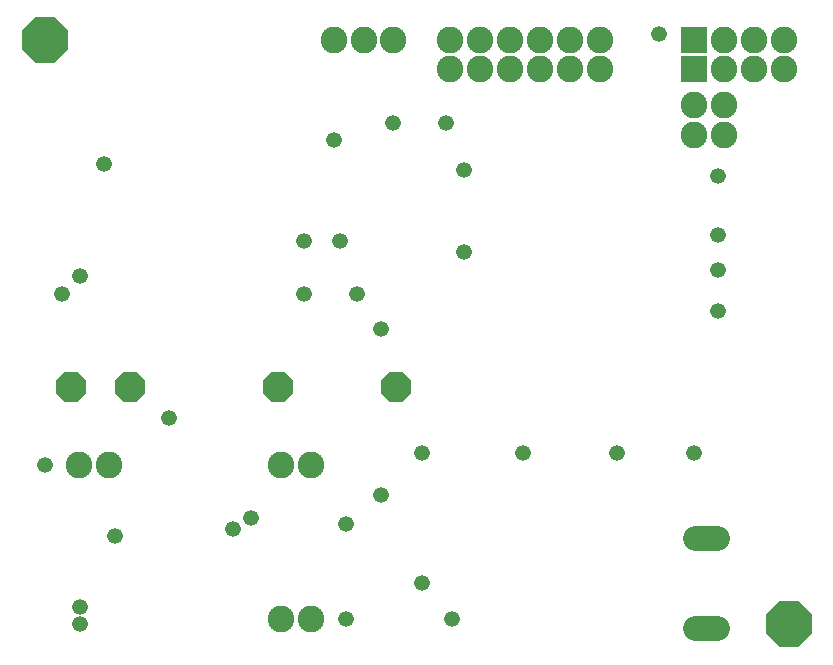
<source format=gbs>
G75*
G70*
%OFA0B0*%
%FSLAX24Y24*%
%IPPOS*%
%LPD*%
%AMOC8*
5,1,8,0,0,1.08239X$1,22.5*
%
%ADD10OC8,0.0992*%
%ADD11R,0.0888X0.0888*%
%ADD12C,0.0888*%
%ADD13C,0.0846*%
%ADD14C,0.0523*%
%ADD15OC8,0.1519*%
D10*
X003143Y009888D03*
X005111Y009888D03*
X010033Y009888D03*
X013970Y009888D03*
D11*
X023918Y020466D03*
X023918Y021451D03*
D12*
X024918Y021451D03*
X025918Y021451D03*
X026918Y021451D03*
X026918Y020466D03*
X025918Y020466D03*
X024918Y020466D03*
X024903Y019285D03*
X023918Y019285D03*
X023918Y018285D03*
X024903Y018285D03*
X020769Y020466D03*
X019769Y020466D03*
X018769Y020466D03*
X017769Y020466D03*
X016769Y020466D03*
X015769Y020466D03*
X015769Y021451D03*
X016769Y021451D03*
X017769Y021451D03*
X018769Y021451D03*
X019769Y021451D03*
X020769Y021451D03*
X013879Y021451D03*
X012911Y021451D03*
X011911Y021451D03*
X011139Y007277D03*
X010139Y007277D03*
X004430Y007277D03*
X003430Y007277D03*
X010139Y002159D03*
X011139Y002159D03*
D13*
X023960Y001840D02*
X024665Y001840D01*
X024665Y004840D02*
X023960Y004840D01*
D14*
X003446Y001963D03*
X003446Y002553D03*
X004627Y004915D03*
X002265Y007277D03*
X006399Y008852D03*
X009155Y005506D03*
X008564Y005151D03*
X012304Y005309D03*
X013485Y006293D03*
X014863Y007671D03*
X018210Y007671D03*
X021359Y007671D03*
X023918Y007671D03*
X024706Y012396D03*
X024706Y013774D03*
X024706Y014955D03*
X024706Y016923D03*
X022737Y021648D03*
X016241Y017120D03*
X015651Y018695D03*
X013879Y018695D03*
X011911Y018104D03*
X012107Y014758D03*
X010926Y014758D03*
X010926Y012986D03*
X012698Y012986D03*
X013485Y011805D03*
X016241Y014364D03*
X004233Y017317D03*
X003446Y013577D03*
X002855Y012986D03*
X014863Y003340D03*
X015848Y002159D03*
X012304Y002159D03*
D15*
X027068Y001963D03*
X002265Y021451D03*
M02*

</source>
